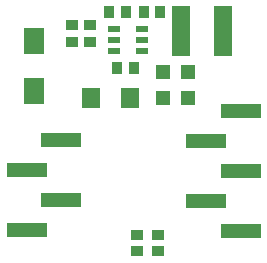
<source format=gtp>
G04*
G04 #@! TF.GenerationSoftware,Altium Limited,Altium Designer,25.8.1 (18)*
G04*
G04 Layer_Color=10066329*
%FSLAX44Y44*%
%MOMM*%
G71*
G04*
G04 #@! TF.SameCoordinates,ACFAF3E9-8082-44EF-AA5D-C20FC646A692*
G04*
G04*
G04 #@! TF.FilePolarity,Positive*
G04*
G01*
G75*
%ADD14R,3.4300X1.2700*%
%ADD15R,1.0000X0.5500*%
%ADD16R,1.5000X4.2000*%
%ADD17R,1.8000X2.2500*%
%ADD18R,1.6500X1.8000*%
%ADD19R,1.0000X0.9000*%
%ADD20R,0.9000X1.0000*%
%ADD21R,1.2000X1.3000*%
D14*
X210310Y144630D02*
D03*
X181110Y119230D02*
D03*
X210310Y93830D02*
D03*
X181110Y68430D02*
D03*
X210310Y43030D02*
D03*
X58140Y119420D02*
D03*
X28940Y94020D02*
D03*
X58140Y68620D02*
D03*
X28940Y43220D02*
D03*
D15*
X126500Y204500D02*
D03*
X102500Y195000D02*
D03*
X126500D02*
D03*
Y214000D02*
D03*
X102500D02*
D03*
Y204500D02*
D03*
D16*
X159500Y212500D02*
D03*
X195500D02*
D03*
D17*
X35000Y161164D02*
D03*
Y203836D02*
D03*
D18*
X83251Y155001D02*
D03*
X116751D02*
D03*
D19*
X139999Y25501D02*
D03*
Y39501D02*
D03*
X67000Y217000D02*
D03*
Y203000D02*
D03*
X82501Y216999D02*
D03*
Y202999D02*
D03*
X122499Y25501D02*
D03*
Y39501D02*
D03*
D20*
X142000Y228000D02*
D03*
X128000D02*
D03*
X119500Y180500D02*
D03*
X105500D02*
D03*
X112999Y227999D02*
D03*
X98999D02*
D03*
D21*
X144750Y155000D02*
D03*
X165250D02*
D03*
X144750Y177500D02*
D03*
X165250D02*
D03*
M02*

</source>
